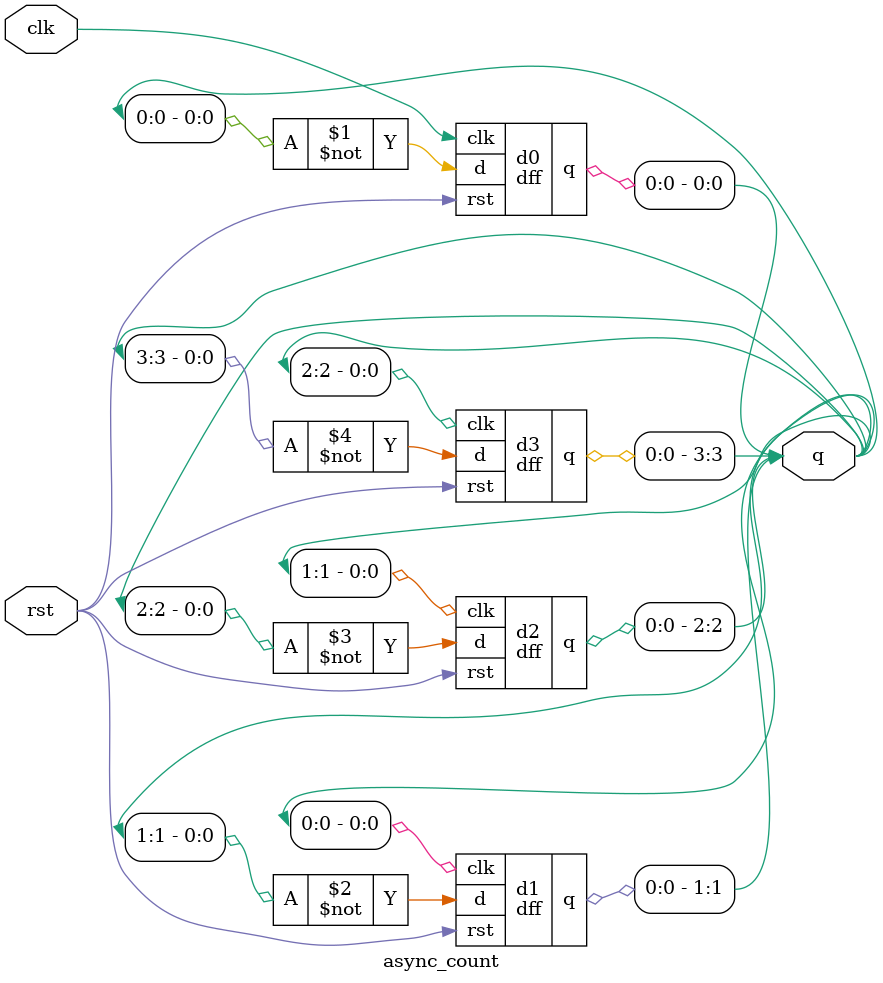
<source format=v>
module dff(input clk,rst,d,output reg q);
always@(posedge clk or posedge rst)begin
if(rst)begin
    q<=1'b0;
end
else begin
 q<=d;
end
end
endmodule

module async_count(input clk,rst,output [3:0] q);

dff d0(.clk(clk),.rst(rst),.d(~q[0]),.q(q[0]));
dff d1(.clk(q[0]),.rst(rst),.d(~q[1]),.q(q[1]));
dff d2(.clk(q[1]),.rst(rst),.d(~q[2]),.q(q[2]));
dff d3(.clk(q[2]),.rst(rst),.d(~q[3]),.q(q[3]));



endmodule

</source>
